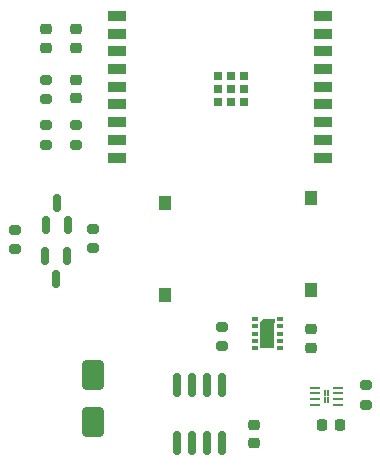
<source format=gbr>
%TF.GenerationSoftware,KiCad,Pcbnew,9.0.0*%
%TF.CreationDate,2025-03-19T13:45:40+03:00*%
%TF.ProjectId,End_striyel Sens_r Mod_l_,456e64fc-7374-4726-9979-656c2053656e,rev?*%
%TF.SameCoordinates,Original*%
%TF.FileFunction,Paste,Top*%
%TF.FilePolarity,Positive*%
%FSLAX46Y46*%
G04 Gerber Fmt 4.6, Leading zero omitted, Abs format (unit mm)*
G04 Created by KiCad (PCBNEW 9.0.0) date 2025-03-19 13:45:40*
%MOMM*%
%LPD*%
G01*
G04 APERTURE LIST*
G04 Aperture macros list*
%AMRoundRect*
0 Rectangle with rounded corners*
0 $1 Rounding radius*
0 $2 $3 $4 $5 $6 $7 $8 $9 X,Y pos of 4 corners*
0 Add a 4 corners polygon primitive as box body*
4,1,4,$2,$3,$4,$5,$6,$7,$8,$9,$2,$3,0*
0 Add four circle primitives for the rounded corners*
1,1,$1+$1,$2,$3*
1,1,$1+$1,$4,$5*
1,1,$1+$1,$6,$7*
1,1,$1+$1,$8,$9*
0 Add four rect primitives between the rounded corners*
20,1,$1+$1,$2,$3,$4,$5,0*
20,1,$1+$1,$4,$5,$6,$7,0*
20,1,$1+$1,$6,$7,$8,$9,0*
20,1,$1+$1,$8,$9,$2,$3,0*%
%AMOutline4P*
0 Free polygon, 4 corners , with rotation*
0 The origin of the aperture is its center*
0 number of corners: always 4*
0 $1 to $8 corner X, Y*
0 $9 Rotation angle, in degrees counterclockwise*
0 create outline with 4 corners*
4,1,4,$1,$2,$3,$4,$5,$6,$7,$8,$1,$2,$9*%
G04 Aperture macros list end*
%ADD10RoundRect,0.225000X0.250000X-0.225000X0.250000X0.225000X-0.250000X0.225000X-0.250000X-0.225000X0*%
%ADD11RoundRect,0.225000X-0.250000X0.225000X-0.250000X-0.225000X0.250000X-0.225000X0.250000X0.225000X0*%
%ADD12RoundRect,0.250000X0.650000X-1.000000X0.650000X1.000000X-0.650000X1.000000X-0.650000X-1.000000X0*%
%ADD13RoundRect,0.150000X-0.150000X0.825000X-0.150000X-0.825000X0.150000X-0.825000X0.150000X0.825000X0*%
%ADD14RoundRect,0.150000X-0.150000X0.587500X-0.150000X-0.587500X0.150000X-0.587500X0.150000X0.587500X0*%
%ADD15R,1.000000X1.250000*%
%ADD16RoundRect,0.200000X-0.275000X0.200000X-0.275000X-0.200000X0.275000X-0.200000X0.275000X0.200000X0*%
%ADD17RoundRect,0.225000X0.225000X0.250000X-0.225000X0.250000X-0.225000X-0.250000X0.225000X-0.250000X0*%
%ADD18RoundRect,0.200000X0.275000X-0.200000X0.275000X0.200000X-0.275000X0.200000X-0.275000X-0.200000X0*%
%ADD19RoundRect,0.150000X0.150000X-0.587500X0.150000X0.587500X-0.150000X0.587500X-0.150000X-0.587500X0*%
%ADD20R,0.700000X0.700000*%
%ADD21R,1.500000X0.900000*%
%ADD22RoundRect,0.060000X-0.060000X-0.180000X0.060000X-0.180000X0.060000X0.180000X-0.060000X0.180000X0*%
%ADD23RoundRect,0.062500X-0.325000X-0.062500X0.325000X-0.062500X0.325000X0.062500X-0.325000X0.062500X0*%
%ADD24R,0.600000X0.400000*%
%ADD25Outline4P,-0.650000X-0.150000X0.650000X-0.150000X0.350000X0.150000X-0.350000X0.150000X0.000000*%
%ADD26R,1.300000X2.200000*%
%ADD27R,1.000000X0.300000*%
G04 APERTURE END LIST*
D10*
%TO.C,C17*%
X159550000Y-93225000D03*
X159550000Y-91675000D03*
%TD*%
D11*
%TO.C,C4*%
X139625000Y-66275000D03*
X139625000Y-67825000D03*
%TD*%
D12*
%TO.C,D1*%
X141071600Y-99536000D03*
X141071600Y-95536000D03*
%TD*%
D13*
%TO.C,U6*%
X152030000Y-96375000D03*
X150760000Y-96375000D03*
X149490000Y-96375000D03*
X148220000Y-96375000D03*
X148220000Y-101325000D03*
X149490000Y-101325000D03*
X150760000Y-101325000D03*
X152030000Y-101325000D03*
%TD*%
D14*
%TO.C,Q2*%
X138925000Y-85500000D03*
X137025000Y-85500000D03*
X137975000Y-87375000D03*
%TD*%
D10*
%TO.C,C18*%
X154775000Y-101325000D03*
X154775000Y-99775000D03*
%TD*%
D15*
%TO.C,SW1*%
X147225000Y-88750000D03*
X147225000Y-81000000D03*
%TD*%
D16*
%TO.C,R14*%
X139625000Y-74400000D03*
X139625000Y-76050000D03*
%TD*%
D17*
%TO.C,C16*%
X162010000Y-99810000D03*
X160460000Y-99810000D03*
%TD*%
D18*
%TO.C,R12*%
X152025000Y-93100000D03*
X152025000Y-91450000D03*
%TD*%
D15*
%TO.C,SW2*%
X159600000Y-88325000D03*
X159600000Y-80575000D03*
%TD*%
D18*
%TO.C,R2*%
X134475000Y-84900000D03*
X134475000Y-83250000D03*
%TD*%
%TO.C,R1*%
X137125000Y-72175000D03*
X137125000Y-70525000D03*
%TD*%
D19*
%TO.C,Q1*%
X137125000Y-82850000D03*
X139025000Y-82850000D03*
X138075000Y-80975000D03*
%TD*%
D20*
%TO.C,U1*%
X151725000Y-70225000D03*
X151725000Y-71325000D03*
X151725000Y-72425000D03*
X152825000Y-70225000D03*
X152825000Y-71325000D03*
X152825000Y-72425000D03*
X153925000Y-70225000D03*
X153925000Y-71325000D03*
X153925000Y-72425000D03*
D21*
X143115000Y-65125000D03*
X143115000Y-66625000D03*
X143115000Y-68125000D03*
X143115000Y-69625000D03*
X143115000Y-71125000D03*
X143115000Y-72625000D03*
X143115000Y-74125000D03*
X143115000Y-75625000D03*
X143115000Y-77125000D03*
X160615000Y-77125000D03*
X160615000Y-75625000D03*
X160615000Y-74125000D03*
X160615000Y-72625000D03*
X160615000Y-71125000D03*
X160615000Y-69625000D03*
X160615000Y-68125000D03*
X160615000Y-66625000D03*
X160615000Y-65125000D03*
%TD*%
D16*
%TO.C,R13*%
X137125000Y-74400000D03*
X137125000Y-76050000D03*
%TD*%
D11*
%TO.C,C3*%
X137125000Y-66275000D03*
X137125000Y-67825000D03*
%TD*%
D22*
%TO.C,U4*%
X160725000Y-97050000D03*
X160725000Y-97650000D03*
X161025000Y-97050000D03*
X161025000Y-97650000D03*
D23*
X159912500Y-96600000D03*
X159912500Y-97100000D03*
X159912500Y-97600000D03*
X159912500Y-98100000D03*
X161837500Y-98100000D03*
X161837500Y-97600000D03*
X161837500Y-97100000D03*
X161837500Y-96600000D03*
%TD*%
D16*
%TO.C,R3*%
X141075000Y-83150000D03*
X141075000Y-84800000D03*
%TD*%
D11*
%TO.C,C1*%
X139625000Y-70575000D03*
X139625000Y-72125000D03*
%TD*%
D18*
%TO.C,R11*%
X164210000Y-98060000D03*
X164210000Y-96410000D03*
%TD*%
D24*
%TO.C,U5*%
X154825000Y-90825000D03*
X154825000Y-91425000D03*
X154825000Y-92025000D03*
X154825000Y-92625000D03*
X154825000Y-93225000D03*
X156925000Y-93225000D03*
X156925000Y-92625000D03*
X156925000Y-92025000D03*
X156925000Y-91425000D03*
X156925000Y-90825000D03*
D25*
X155875000Y-90925000D03*
D26*
X155875000Y-92175000D03*
D27*
X156025000Y-90925000D03*
%TD*%
M02*

</source>
